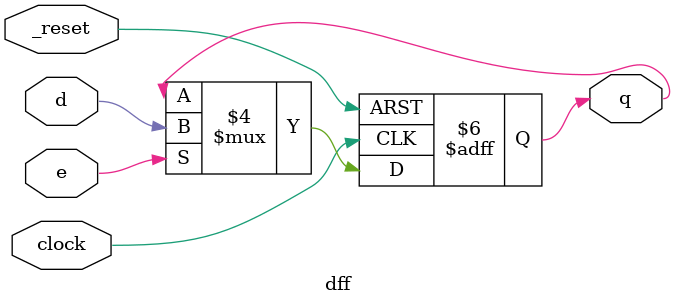
<source format=v>
module dff (
	input clock, _reset, d, e,
	output reg q
	//output nq	
);

assign nq = ~q; //not q
always@(posedge clock,negedge _reset)
begin
	if (!_reset)
		q <= 0;
//	else if (!_preset)
//		q <= 1;
	else if (e)
		q <= d;
end
endmodule

</source>
